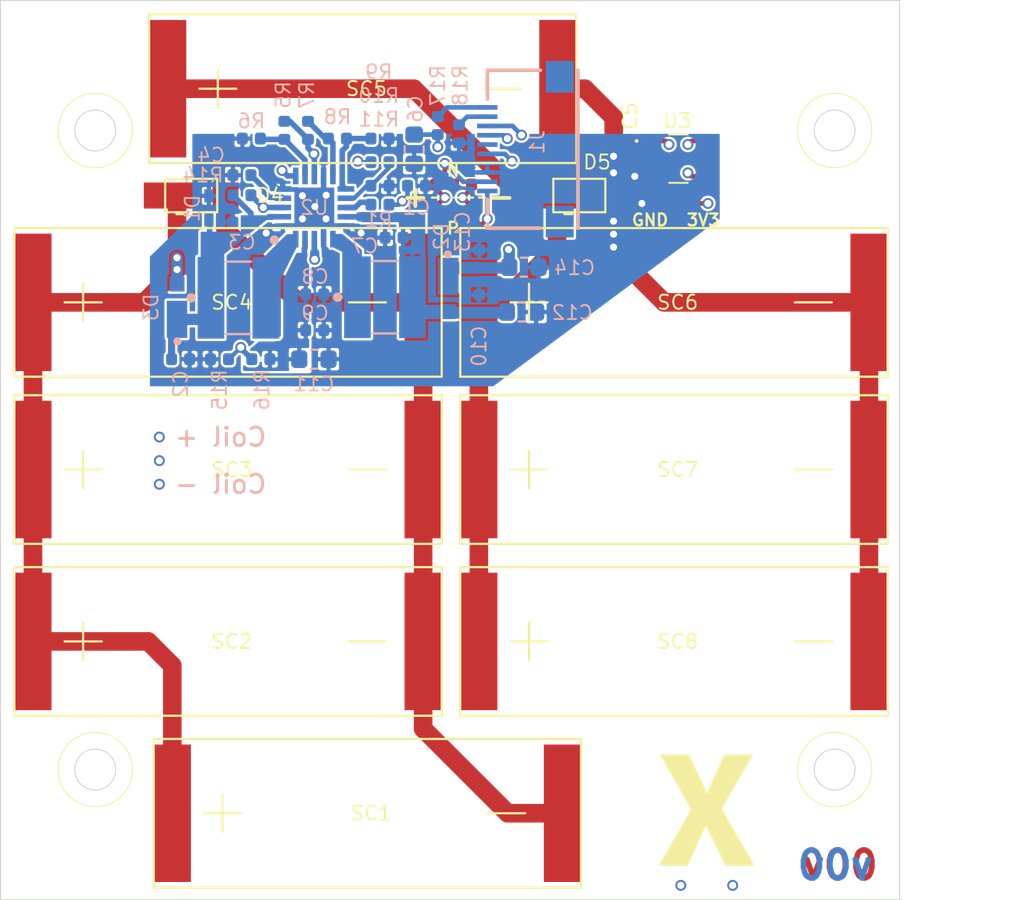
<source format=kicad_pcb>
(kicad_pcb (version 20171130) (host pcbnew "(5.1.4)-1")
  (layers (0 Top signal) (1 In1.Cu signal) (2 In2.Cu signal) (3 In3.Cu signal) (4 In4.Cu signal) (31 Bottom signal) (34 B.Paste user hide) (35 F.Paste user hide) (36 B.SilkS user) (37 F.SilkS user) (38 B.Mask user) (39 F.Mask user) (44 Edge.Cuts user))
  (net 0 "")
  (net 1 GND)
  (net 2 +3V3)
  (net 3 SDA1)
  (net 4 SCL1)
  (net 5 /VBAT)
  (net 6 "Net-(L1-Pad2)")
  (net 7 VOUT_EN)
  (net 8 VSOLAR)
  (net 9 VBAT_OK)
  (net 10 BATT_N)
  (net 11 BATT_P)
  (net 12 BURN1)
  (net 13 COIL_N)
  (net 14 COIL_P)
  (net 15 "Net-(C4-Pad1)")
  (net 16 "Net-(C10-Pad1)")
  (net 17 "Net-(C11-Pad1)")
  (net 18 "Net-(L2-Pad1)")
  (net 19 "Net-(R10-Pad2)")
  (net 20 "Net-(R5-Pad1)")
  (net 21 "Net-(R7-Pad1)")
  (net 22 "Net-(R8-Pad1)")
  (net 23 "Net-(R10-Pad1)")
  (net 24 "Net-(R14-Pad1)")
  (net 25 "Net-(D3-Pad2)")
  (net 26 "Net-(D4-Pad2)")
  (net 27 "Net-(R12-Pad1)")
  (net 28 "Net-(U3-Pad5)")
  (net 29 /coil)
  (module custom-footprints:xpanel (layer Top) (at 144.8435 82.6135)
    (fp_text reference Ref** hide)
    (fp_text value Val** hide)
  )
  (module Resistor_SMD:R_0402_1005Metric (layer Top) (at 114.8715 49.911 180)
    (fp_text reference R19 hide)
    (fp_text value 0)
    (pad 2 smd roundrect (at 0.485 0 180) (size 0.59 0.64) (layers Top F.Paste F.Mask) (net 13 COIL_N))
    (pad 1 smd roundrect (at -0.485 0 180) (size 0.59 0.64) (layers Top F.Paste F.Mask) (net 29 /coil))
  )
  (module Resistor_SMD:R_0402_1005Metric (layer Top) (at 113.90122 49.911 180)
    (fp_text reference R4 hide)
    (fp_text value 0)
    (pad 2 smd roundrect (at 0.485 0 180) (size 0.59 0.64) (layers Top F.Paste F.Mask) (net 29 /coil))
    (pad 1 smd roundrect (at -0.485 0 180) (size 0.59 0.64) (layers Top F.Paste F.Mask) (net 13 COIL_N))
  )
  (module Resistor_SMD:R_0402_1005Metric (layer Top) (at 114.8715 51.308 180)
    (fp_text reference R3 hide)
    (fp_text value 0)
    (pad 2 smd roundrect (at 0.485 0 180) (size 0.59 0.64) (layers Top F.Paste F.Mask) (net 14 COIL_P))
    (pad 1 smd roundrect (at -0.485 0 180) (size 0.59 0.64) (layers Top F.Paste F.Mask) (net 29 /coil))
  )
  (module Resistor_SMD:R_0402_1005Metric (layer Top) (at 113.90122 51.308 180)
    (fp_text reference R2 hide)
    (fp_text value 0)
    (pad 2 smd roundrect (at 0.485 0 180) (size 0.59 0.64) (layers Top F.Paste F.Mask) (net 29 /coil))
    (pad 1 smd roundrect (at -0.485 0 180) (size 0.59 0.64) (layers Top F.Paste F.Mask) (net 14 COIL_P))
  )
  (module custom-footprints:MICROSMP (layer Bottom) (at 99.5045 56.515 90)
    (fp_text reference D3 (at 0 -1.397 270) (layer B.SilkS) (effects (font (size 0.762 0.762) (thickness 0.1016)) (justify mirror)))
    (fp_text value MSS1P4-M3_89A hide)
    (pad 2 smd rect (at 1.25 0) (size 0.8 0.8) (layers Bottom B.Paste B.Mask) (net 25 "Net-(D3-Pad2)"))
    (pad 1 smd rect (at -0.65 0) (size 1.1 2) (layers Bottom B.Paste B.Mask) (net 8 VSOLAR))
  )
  (module misc-circuits:TSL2561 (layer Top) (at 126.492 48.514)
    (fp_text reference U3 (at -0.0635 -2.032) (layer F.SilkS) (effects (font (size 0.762 0.762) (thickness 0.1016))))
    (fp_text value TSL2561 hide)
    (pad 6 smd rect (at 1.45 -0.95 90) (size 0.7 0.9) (layers Top F.Paste F.Mask) (net 3 SDA1))
    (pad 5 smd rect (at 1.45 0 90) (size 0.7 0.9) (layers Top F.Paste F.Mask) (net 28 "Net-(U3-Pad5)"))
    (pad 4 smd rect (at 1.45 0.95 90) (size 0.7 0.9) (layers Top F.Paste F.Mask) (net 4 SCL1))
    (pad 3 smd rect (at -1.45 0.95 90) (size 0.7 0.9) (layers Top F.Paste F.Mask) (net 1 GND))
    (pad 2 smd rect (at -1.45 0 90) (size 0.7 0.9) (layers Top F.Paste F.Mask) (net 27 "Net-(R12-Pad1)"))
    (pad 1 smd rect (at -1.45 -0.95 90) (size 0.7 0.9) (layers Top F.Paste F.Mask) (net 2 +3V3))
  )
  (module Resistor_SMD:R_0402_1005Metric (layer Top) (at 125.834 50.927)
    (fp_text reference R13 hide)
    (fp_text value 0)
    (pad 2 smd roundrect (at 0.485 0) (size 0.59 0.64) (layers Top F.Paste F.Mask) (net 27 "Net-(R12-Pad1)"))
    (pad 1 smd roundrect (at -0.485 0) (size 0.59 0.64) (layers Top F.Paste F.Mask) (net 1 GND))
  )
  (module Resistor_SMD:R_0402_1005Metric (layer Top) (at 126.8095 50.927)
    (fp_text reference R12 hide)
    (fp_text value 0)
    (pad 2 smd roundrect (at 0.485 0) (size 0.59 0.64) (layers Top F.Paste F.Mask) (net 2 +3V3))
    (pad 1 smd roundrect (at -0.485 0) (size 0.59 0.64) (layers Top F.Paste F.Mask) (net 27 "Net-(R12-Pad1)"))
  )
  (module Capacitor_SMD:C_0402_1005Metric (layer Top) (at 123.8885 48.0695 90)
    (fp_text reference C5 (at 1.8415 0 90) (layer F.SilkS) (effects (font (size 0.762 0.762) (thickness 0.1016))))
    (fp_text value 0.1uF)
    (pad 2 smd roundrect (at 0.485 0 90) (size 0.59 0.64) (layers Top F.Paste F.Mask) (net 2 +3V3))
    (pad 1 smd roundrect (at -0.485 0 90) (size 0.59 0.64) (layers Top F.Paste F.Mask) (net 1 GND))
  )
  (module Capacitor_SMD:C_0603_1608Metric (layer Bottom) (at 112.268 48.006 270)
    (fp_text reference C6 (at -2.159 -0.0635 270) (layer B.SilkS) (effects (font (size 0.762 0.762) (thickness 0.1016)) (justify mirror)))
    (fp_text value 100uF)
    (pad 2 smd roundrect (at 0.7875 0 270) (size 0.875 0.95) (layers Bottom B.Paste B.Mask) (net 1 GND))
    (pad 1 smd roundrect (at -0.7875 0 270) (size 0.875 0.95) (layers Bottom B.Paste B.Mask) (net 5 /VBAT))
  )
  (module Capacitor_SMD:C_0402_1005Metric (layer Bottom) (at 106.91366 57.748656)
    (fp_text reference C9 (at 0.02034 -0.916156) (layer B.SilkS) (effects (font (size 0.762 0.762) (thickness 0.1016)) (justify mirror)))
    (fp_text value 0.1uF)
    (pad 2 smd roundrect (at 0.485 0) (size 0.59 0.64) (layers Bottom B.Paste B.Mask) (net 1 GND))
    (pad 1 smd roundrect (at -0.485 0) (size 0.59 0.64) (layers Bottom B.Paste B.Mask) (net 17 "Net-(C11-Pad1)"))
  )
  (module Capacitor_SMD:C_0603_1608Metric (layer Bottom) (at 118.1735 54.356)
    (fp_text reference C14 (at 2.7305 0.033 180) (layer B.SilkS) (effects (font (size 0.762 0.762) (thickness 0.1016)) (justify mirror)))
    (fp_text value 100uF)
    (pad 2 smd roundrect (at 0.7875 0) (size 0.875 0.95) (layers Bottom B.Paste B.Mask) (net 1 GND))
    (pad 1 smd roundrect (at -0.7875 0) (size 0.875 0.95) (layers Bottom B.Paste B.Mask) (net 2 +3V3))
  )
  (module misc-circuits:SOD523 (layer Bottom) (at 101.219 51.216 90)
    (fp_text reference D1 (at -0.7905 -1.3335 90) (layer B.SilkS) (effects (font (size 0.762 0.762) (thickness 0.1016)) (justify right top mirror)))
    (fp_text value SDM20U40-7)
    (pad C smd rect (at -0.6 0 90) (size 0.7 0.5) (layers Bottom B.Paste B.Mask) (net 8 VSOLAR))
    (pad A smd rect (at 0.7 0 90) (size 0.7 0.5) (layers Bottom B.Paste B.Mask) (net 1 GND))
  )
  (module misc-circuits:QFN50P350X350X100-21N-D (layer Bottom) (at 106.89366 51.144656)
    (fp_text reference U2 (at 0 0) (layer B.SilkS) (effects (font (size 0.762 0.762) (thickness 0.1016)) (justify mirror)))
    (fp_text value Value hide)
    (pad 21 smd rect (at 0 0) (size 2.15 2.15) (layers Bottom B.Paste B.Mask) (net 1 GND))
    (pad 20 smd rect (at -1 1.7) (size 0.3 0.9) (layers Bottom B.Paste B.Mask) (net 6 "Net-(L1-Pad2)"))
    (pad 19 smd rect (at -0.5 1.7) (size 0.3 0.9) (layers Bottom B.Paste B.Mask) (net 17 "Net-(C11-Pad1)"))
    (pad 18 smd rect (at 0 1.7) (size 0.3 0.9) (layers Bottom B.Paste B.Mask) (net 5 /VBAT))
    (pad 17 smd rect (at 0.5 1.7) (size 0.3 0.9) (layers Bottom B.Paste B.Mask) (net 1 GND))
    (pad 16 smd rect (at 1 1.7) (size 0.3 0.9) (layers Bottom B.Paste B.Mask) (net 18 "Net-(L2-Pad1)"))
    (pad 15 smd rect (at 1.7 1 270) (size 0.3 0.9) (layers Bottom B.Paste B.Mask) (net 1 GND))
    (pad 14 smd rect (at 1.7 0.5 270) (size 0.3 0.9) (layers Bottom B.Paste B.Mask) (net 16 "Net-(C10-Pad1)"))
    (pad 13 smd rect (at 1.7 0 270) (size 0.3 0.9) (layers Bottom B.Paste B.Mask) (net 9 VBAT_OK))
    (pad 12 smd rect (at 1.7 -0.5 270) (size 0.3 0.9) (layers Bottom B.Paste B.Mask) (net 23 "Net-(R10-Pad1)"))
    (pad 11 smd rect (at 1.7 -1 270) (size 0.3 0.9) (layers Bottom B.Paste B.Mask) (net 22 "Net-(R8-Pad1)"))
    (pad 10 smd rect (at 1 -1.7) (size 0.3 0.9) (layers Bottom B.Paste B.Mask) (net 21 "Net-(R7-Pad1)"))
    (pad 9 smd rect (at 0.5 -1.7) (size 0.3 0.9) (layers Bottom B.Paste B.Mask) (net 1 GND))
    (pad 8 smd rect (at 0 -1.7) (size 0.3 0.9) (layers Bottom B.Paste B.Mask) (net 19 "Net-(R10-Pad2)"))
    (pad 7 smd rect (at -0.5 -1.7) (size 0.3 0.9) (layers Bottom B.Paste B.Mask) (net 20 "Net-(R5-Pad1)"))
    (pad 6 smd rect (at -1 -1.7) (size 0.3 0.9) (layers Bottom B.Paste B.Mask) (net 7 VOUT_EN))
    (pad 5 smd rect (at -1.7 -1 270) (size 0.3 0.9) (layers Bottom B.Paste B.Mask) (net 1 GND))
    (pad 4 smd rect (at -1.7 -0.5 270) (size 0.3 0.9) (layers Bottom B.Paste B.Mask) (net 15 "Net-(C4-Pad1)"))
    (pad 3 smd rect (at -1.7 0 270) (size 0.3 0.9) (layers Bottom B.Paste B.Mask) (net 24 "Net-(R14-Pad1)"))
    (pad 2 smd rect (at -1.7 0.5 270) (size 0.3 0.9) (layers Bottom B.Paste B.Mask) (net 8 VSOLAR))
    (pad 1 smd rect (at -1.7 1 270) (size 0.3 0.9) (layers Bottom B.Paste B.Mask) (net 1 GND))
  )
  (module "SolarCellParts:SB Diode" (layer Top) (at 100.2665 50.5)
    (fp_text reference D4 (at 4.25 0) (layer F.SilkS) (effects (font (size 0.762 0.762) (thickness 0.1016))))
    (fp_text value SBDiode)
    (pad 1 smd rect (at -1.2 0) (size 2.7 1.4) (layers Top F.Paste F.Mask) (net 25 "Net-(D3-Pad2)"))
    (pad 2 smd rect (at 1.85 0) (size 1.4 1.4) (layers Top F.Paste F.Mask) (net 26 "Net-(D4-Pad2)"))
  )
  (module "SolarCellParts:SB Diode" (layer Top) (at 121.158 50.5)
    (fp_text reference D5 (at 0.9525 -1.7955) (layer F.SilkS) (effects (font (size 0.762 0.762) (thickness 0.1016))))
    (fp_text value SBDiode)
    (pad 2 smd rect (at 1.85 0) (size 1.4 1.4) (layers Top F.Paste F.Mask) (net 1 GND))
    (pad 1 smd rect (at -1.2 0) (size 2.7 1.4) (layers Top F.Paste F.Mask) (net 26 "Net-(D4-Pad2)"))
  )
  (module SolarCellParts:KXOB25-05X3F (layer Top) (at 99.25 83.75)
    (fp_text reference SC1 (at 10.7 0) (layer F.SilkS) (effects (font (size 0.762 0.762) (thickness 0.1016))))
    (fp_text value SolarCell_Small)
    (pad 2 smd rect (at 21 0) (size 2 7.4) (layers Top F.Paste F.Mask) (net 26 "Net-(D4-Pad2)"))
    (pad 1 smd rect (at 0 0) (size 2 7.4) (layers Top F.Paste F.Mask) (net 25 "Net-(D3-Pad2)"))
  )
  (module SolarCellParts:KXOB25-05X3F (layer Top) (at 115.75 74.5)
    (fp_text reference SC8 (at 10.7 0) (layer F.SilkS) (effects (font (size 0.762 0.762) (thickness 0.1016))))
    (fp_text value SolarCell_Small)
    (pad 2 smd rect (at 21 0) (size 2 7.4) (layers Top F.Paste F.Mask) (net 1 GND))
    (pad 1 smd rect (at 0 0) (size 2 7.4) (layers Top F.Paste F.Mask) (net 26 "Net-(D4-Pad2)"))
  )
  (module SolarCellParts:KXOB25-05X3F (layer Top) (at 115.75 65.25)
    (fp_text reference SC7 (at 10.7 0) (layer F.SilkS) (effects (font (size 0.762 0.762) (thickness 0.1016))))
    (fp_text value SolarCell_Small)
    (pad 2 smd rect (at 21 0) (size 2 7.4) (layers Top F.Paste F.Mask) (net 1 GND))
    (pad 1 smd rect (at 0 0) (size 2 7.4) (layers Top F.Paste F.Mask) (net 26 "Net-(D4-Pad2)"))
  )
  (module SolarCellParts:KXOB25-05X3F (layer Top) (at 115.75 56.25)
    (fp_text reference SC6 (at 10.7 0) (layer F.SilkS) (effects (font (size 0.762 0.762) (thickness 0.1016))))
    (fp_text value SolarCell_Small)
    (pad 2 smd rect (at 21 0) (size 2 7.4) (layers Top F.Paste F.Mask) (net 1 GND))
    (pad 1 smd rect (at 0 0) (size 2 7.4) (layers Top F.Paste F.Mask) (net 26 "Net-(D4-Pad2)"))
  )
  (module SolarCellParts:KXOB25-05X3F (layer Top) (at 99 44.75)
    (fp_text reference SC5 (at 10.7 0) (layer F.SilkS) (effects (font (size 0.762 0.762) (thickness 0.1016))))
    (fp_text value SolarCell_Small)
    (pad 2 smd rect (at 21 0) (size 2 7.4) (layers Top F.Paste F.Mask) (net 1 GND))
    (pad 1 smd rect (at 0 0) (size 2 7.4) (layers Top F.Paste F.Mask) (net 26 "Net-(D4-Pad2)"))
  )
  (module SolarCellParts:KXOB25-05X3F (layer Top) (at 91.75 56.25)
    (fp_text reference SC4 (at 10.7 0) (layer F.SilkS) (effects (font (size 0.762 0.762) (thickness 0.1016))))
    (fp_text value SolarCell_Small)
    (pad 2 smd rect (at 21 0) (size 2 7.4) (layers Top F.Paste F.Mask) (net 26 "Net-(D4-Pad2)"))
    (pad 1 smd rect (at 0 0) (size 2 7.4) (layers Top F.Paste F.Mask) (net 25 "Net-(D3-Pad2)"))
  )
  (module SolarCellParts:KXOB25-05X3F (layer Top) (at 91.75 65.25)
    (fp_text reference SC3 (at 10.7 0) (layer F.SilkS) (effects (font (size 0.762 0.762) (thickness 0.1016))))
    (fp_text value SolarCell_Small)
    (pad 2 smd rect (at 21 0) (size 2 7.4) (layers Top F.Paste F.Mask) (net 26 "Net-(D4-Pad2)"))
    (pad 1 smd rect (at 0 0) (size 2 7.4) (layers Top F.Paste F.Mask) (net 25 "Net-(D3-Pad2)"))
  )
  (module SolarCellParts:KXOB25-05X3F (layer Top) (at 91.75 74.5)
    (fp_text reference SC2 (at 10.7 0) (layer F.SilkS) (effects (font (size 0.762 0.762) (thickness 0.1016))))
    (fp_text value SolarCell_Small)
    (pad 2 smd rect (at 21 0) (size 2 7.4) (layers Top F.Paste F.Mask) (net 26 "Net-(D4-Pad2)"))
    (pad 1 smd rect (at 0 0) (size 2 7.4) (layers Top F.Paste F.Mask) (net 25 "Net-(D3-Pad2)"))
  )
  (module custom-footprints:MICROSMP (layer Bottom) (at 114.1095 55.499 270)
    (fp_text reference D2 (at -2.794 0.381 270) (layer B.SilkS) (effects (font (size 0.762 0.762) (thickness 0.1016)) (justify mirror)))
    (fp_text value MSS1P4-M3_89A hide)
    (pad 2 smd rect (at 1.25 0 180) (size 0.8 0.8) (layers Bottom B.Paste B.Mask) (net 16 "Net-(C10-Pad1)"))
    (pad 1 smd rect (at -0.65 0 180) (size 1.1 2) (layers Bottom B.Paste B.Mask) (net 2 +3V3))
  )
  (module Resistor_SMD:R_0402_1005Metric (layer Bottom) (at 103.505 47.4345)
    (fp_text reference R6 (at 0 -0.9525 180) (layer B.SilkS) (effects (font (size 0.762 0.762) (thickness 0.1016)) (justify mirror)))
    (fp_text value 5.62M)
    (pad 2 smd roundrect (at 0.485 0) (size 0.59 0.64) (layers Bottom B.Paste B.Mask) (net 20 "Net-(R5-Pad1)"))
    (pad 1 smd roundrect (at -0.485 0) (size 0.59 0.64) (layers Bottom B.Paste B.Mask) (net 1 GND))
  )
  (module Resistor_SMD:R_0402_1005Metric (layer Bottom) (at 105.283 46.99 90)
    (fp_text reference R5 (at 1.905 -0.0635 270) (layer B.SilkS) (effects (font (size 0.762 0.762) (thickness 0.1016)) (justify mirror)))
    (fp_text value 7.32M)
    (pad 2 smd roundrect (at 0.485 0 90) (size 0.59 0.64) (layers Bottom B.Paste B.Mask) (net 19 "Net-(R10-Pad2)"))
    (pad 1 smd roundrect (at -0.485 0 90) (size 0.59 0.64) (layers Bottom B.Paste B.Mask) (net 20 "Net-(R5-Pad1)"))
  )
  (module Resistor_SMD:R_0402_1005Metric (layer Bottom) (at 104.013 59.309 180)
    (fp_text reference R16 (at -0.0635 -1.651 90) (layer B.SilkS) (effects (font (size 0.762 0.762) (thickness 0.1016)) (justify mirror)))
    (fp_text value 0)
    (pad 2 smd roundrect (at 0.485 0 180) (size 0.59 0.64) (layers Bottom B.Paste B.Mask) (net 24 "Net-(R14-Pad1)"))
    (pad 1 smd roundrect (at -0.485 0 180) (size 0.59 0.64) (layers Bottom B.Paste B.Mask) (net 17 "Net-(C11-Pad1)"))
  )
  (module Capacitor_SMD:C_0402_1005Metric (layer Bottom) (at 106.91366 55.8165)
    (fp_text reference C8 (at 0.02034 -0.9525) (layer B.SilkS) (effects (font (size 0.762 0.762) (thickness 0.1016)) (justify mirror)))
    (fp_text value 4.7uF)
    (pad 2 smd roundrect (at 0.485 0) (size 0.59 0.64) (layers Bottom B.Paste B.Mask) (net 1 GND))
    (pad 1 smd roundrect (at -0.485 0) (size 0.59 0.64) (layers Bottom B.Paste B.Mask) (net 17 "Net-(C11-Pad1)"))
  )
  (module custom-footprints:XF2M-1015-1A (layer Bottom) (at 116.205 48.006 270)
    (fp_text reference J1 (at -0.37186 -2.68404 90) (layer B.SilkS) (effects (font (size 0.762 0.762) (thickness 0.1016)) (justify mirror)))
    (fp_text value XF2M-1015-1A hide)
    (pad 12 smd rect (at 3.9 -3.9 180) (size 1.5 1.7) (layers Bottom B.Paste B.Mask))
    (pad 11 smd rect (at -3.9 -3.9 180) (size 1.5 1.7) (layers Bottom B.Paste B.Mask))
    (pad 10 smd rect (at 2.25 0 270) (size 0.25 1.1) (layers Bottom B.Paste B.Mask) (net 14 COIL_P))
    (pad 9 smd rect (at 1.75 0 270) (size 0.25 1.1) (layers Bottom B.Paste B.Mask) (net 13 COIL_N))
    (pad 8 smd rect (at 1.25 0 270) (size 0.25 1.1) (layers Bottom B.Paste B.Mask) (net 1 GND))
    (pad 7 smd rect (at 0.75 0 270) (size 0.25 1.1) (layers Bottom B.Paste B.Mask) (net 1 GND))
    (pad 6 smd rect (at 0.25 0 270) (size 0.25 1.1) (layers Bottom B.Paste B.Mask) (net 2 +3V3))
    (pad 5 smd rect (at -0.25 0 270) (size 0.25 1.1) (layers Bottom B.Paste B.Mask) (net 12 BURN1))
    (pad 4 smd rect (at -0.75 0 270) (size 0.25 1.1) (layers Bottom B.Paste B.Mask) (net 4 SCL1))
    (pad 3 smd rect (at -1.25 0 270) (size 0.25 1.1) (layers Bottom B.Paste B.Mask) (net 3 SDA1))
    (pad 2 smd rect (at -1.75 0 270) (size 0.25 1.1) (layers Bottom B.Paste B.Mask) (net 10 BATT_N))
    (pad 1 smd rect (at -2.25 0 270) (size 0.25 1.1) (layers Bottom B.Paste B.Mask) (net 11 BATT_P))
  )
  (module Capacitor_SMD:C_0603_1608Metric (layer Bottom) (at 118.0465 56.769)
    (fp_text reference C12 (at 2.7305 0.033 180) (layer B.SilkS) (effects (font (size 0.762 0.762) (thickness 0.1016)) (justify mirror)))
    (fp_text value 100uF)
    (pad 2 smd roundrect (at 0.7875 0) (size 0.875 0.95) (layers Bottom B.Paste B.Mask) (net 1 GND))
    (pad 1 smd roundrect (at -0.7875 0) (size 0.875 0.95) (layers Bottom B.Paste B.Mask) (net 16 "Net-(C10-Pad1)"))
  )
  (module Capacitor_SMD:C_0402_1005Metric (layer Bottom) (at 115.7605 53.9115 90)
    (fp_text reference C13 (at 1.4605 -0.889 90) (layer B.SilkS) (effects (font (size 0.762 0.762) (thickness 0.1016)) (justify mirror)))
    (fp_text value 0.1uF)
    (pad 2 smd roundrect (at 0.485 0 90) (size 0.59 0.64) (layers Bottom B.Paste B.Mask) (net 1 GND))
    (pad 1 smd roundrect (at -0.485 0 90) (size 0.59 0.64) (layers Bottom B.Paste B.Mask) (net 2 +3V3))
  )
  (module Resistor_SMD:R_0402_1005Metric (layer Bottom) (at 106.553 46.99 270)
    (fp_text reference R7 (at -1.905 0.0635 270) (layer B.SilkS) (effects (font (size 0.762 0.762) (thickness 0.1016)) (justify mirror)))
    (fp_text value 374K)
    (pad 2 smd roundrect (at 0.485 0 270) (size 0.59 0.64) (layers Bottom B.Paste B.Mask) (net 19 "Net-(R10-Pad2)"))
    (pad 1 smd roundrect (at -0.485 0 270) (size 0.59 0.64) (layers Bottom B.Paste B.Mask) (net 21 "Net-(R7-Pad1)"))
  )
  (module Resistor_SMD:R_0402_1005Metric (layer Bottom) (at 110.4265 49.9745 180)
    (fp_text reference R11 (at 0.0635 3.583) (layer B.SilkS) (effects (font (size 0.762 0.762) (thickness 0.1016)) (justify mirror)))
    (fp_text value 4.75M)
    (pad 2 smd roundrect (at 0.485 0 180) (size 0.59 0.64) (layers Bottom B.Paste B.Mask) (net 23 "Net-(R10-Pad1)"))
    (pad 1 smd roundrect (at -0.485 0 180) (size 0.59 0.64) (layers Bottom B.Paste B.Mask) (net 1 GND))
  )
  (module Resistor_SMD:R_0402_1005Metric (layer Bottom) (at 110.4265 47.4345 180)
    (fp_text reference R9 (at 0.0635 3.583) (layer B.SilkS) (effects (font (size 0.762 0.762) (thickness 0.1016)) (justify mirror)))
    (fp_text value 4.53M)
    (pad 2 smd roundrect (at 0.485 0 180) (size 0.59 0.64) (layers Bottom B.Paste B.Mask) (net 22 "Net-(R8-Pad1)"))
    (pad 1 smd roundrect (at -0.485 0 180) (size 0.59 0.64) (layers Bottom B.Paste B.Mask) (net 1 GND))
  )
  (module Resistor_SMD:R_0402_1005Metric (layer Bottom) (at 110.4265 48.7045 180)
    (fp_text reference R10 (at 0.0635 3.583) (layer B.SilkS) (effects (font (size 0.762 0.762) (thickness 0.1016)) (justify mirror)))
    (fp_text value 8.25M)
    (pad 2 smd roundrect (at 0.485 0 180) (size 0.59 0.64) (layers Bottom B.Paste B.Mask) (net 19 "Net-(R10-Pad2)"))
    (pad 1 smd roundrect (at -0.485 0 180) (size 0.59 0.64) (layers Bottom B.Paste B.Mask) (net 23 "Net-(R10-Pad1)"))
  )
  (module Resistor_SMD:R_0402_1005Metric (layer Bottom) (at 108.1405 47.4345 180)
    (fp_text reference R8 (at 0 1.17) (layer B.SilkS) (effects (font (size 0.762 0.762) (thickness 0.1016)) (justify mirror)))
    (fp_text value 8.25M)
    (pad 2 smd roundrect (at 0.485 0 180) (size 0.59 0.64) (layers Bottom B.Paste B.Mask) (net 21 "Net-(R7-Pad1)"))
    (pad 1 smd roundrect (at -0.485 0 180) (size 0.59 0.64) (layers Bottom B.Paste B.Mask) (net 22 "Net-(R8-Pad1)"))
  )
  (module Resistor_SMD:R_0402_1005Metric (layer Bottom) (at 102.997 50.4825 180)
    (fp_text reference R14 (at 2.0955 1.0795) (layer B.SilkS) (effects (font (size 0.762 0.762) (thickness 0.1016)) (justify mirror)))
    (fp_text value 0)
    (pad 2 smd roundrect (at 0.485 0 180) (size 0.59 0.64) (layers Bottom B.Paste B.Mask) (net 8 VSOLAR))
    (pad 1 smd roundrect (at -0.485 0 180) (size 0.59 0.64) (layers Bottom B.Paste B.Mask) (net 24 "Net-(R14-Pad1)"))
  )
  (module Resistor_SMD:R_0402_1005Metric (layer Bottom) (at 101.7905 59.309)
    (fp_text reference R15 (at 0 1.651 90) (layer B.SilkS) (effects (font (size 0.762 0.762) (thickness 0.1016)) (justify mirror)))
    (fp_text value 0)
    (pad 2 smd roundrect (at 0.485 0) (size 0.59 0.64) (layers Bottom B.Paste B.Mask) (net 24 "Net-(R14-Pad1)"))
    (pad 1 smd roundrect (at -0.485 0) (size 0.59 0.64) (layers Bottom B.Paste B.Mask) (net 1 GND))
  )
  (module Resistor_SMD:R_0402_1005Metric (layer Bottom) (at 113.538 46.736 270)
    (fp_text reference R17 (at -2.159 0 90) (layer B.SilkS) (effects (font (size 0.762 0.762) (thickness 0.1016)) (justify mirror)))
    (fp_text value 0)
    (pad 2 smd roundrect (at 0.485 0 270) (size 0.59 0.64) (layers Bottom B.Paste B.Mask) (net 5 /VBAT))
    (pad 1 smd roundrect (at -0.485 0 270) (size 0.59 0.64) (layers Bottom B.Paste B.Mask) (net 11 BATT_P))
  )
  (module Resistor_SMD:R_0402_1005Metric (layer Bottom) (at 114.681 47.1805 270)
    (fp_text reference R18 (at -2.6035 -0.0635 270) (layer B.SilkS) (effects (font (size 0.762 0.762) (thickness 0.1016)) (justify mirror)))
    (fp_text value 0)
    (pad 2 smd roundrect (at 0.485 0 270) (size 0.59 0.64) (layers Bottom B.Paste B.Mask) (net 1 GND))
    (pad 1 smd roundrect (at -0.485 0 270) (size 0.59 0.64) (layers Bottom B.Paste B.Mask) (net 10 BATT_N))
  )
  (module Resistor_SMD:R_0402_1005Metric (layer Bottom) (at 110.4265 50.9905)
    (fp_text reference R1 (at -0.0635 0.8255) (layer B.SilkS) (effects (font (size 0.762 0.762) (thickness 0.1016)) (justify mirror)))
    (fp_text value 0)
    (pad 2 smd roundrect (at 0.485 0) (size 0.59 0.64) (layers Bottom B.Paste B.Mask) (net 7 VOUT_EN))
    (pad 1 smd roundrect (at -0.485 0) (size 0.59 0.64) (layers Bottom B.Paste B.Mask) (net 9 VBAT_OK))
  )
  (module misc-circuits:LPS4018 (layer Bottom) (at 110.69574 55.97398)
    (fp_text reference L2 hide)
    (fp_text value 10uH-LPS4018-103MR hide)
    (pad 2 smd rect (at 1.47955 0) (size 1.4351 4.3942) (layers Bottom B.Paste B.Mask) (net 16 "Net-(C10-Pad1)"))
    (pad 1 smd rect (at -1.47955 0) (size 1.4351 4.3942) (layers Bottom B.Paste B.Mask) (net 18 "Net-(L2-Pad1)"))
  )
  (module misc-circuits:LPS4018 (layer Bottom) (at 102.8065 56.007)
    (fp_text reference L1 hide)
    (fp_text value 22uH-LPS4018-223MR hide)
    (pad 2 smd rect (at 1.47955 0) (size 1.4351 4.3942) (layers Bottom B.Paste B.Mask) (net 6 "Net-(L1-Pad2)"))
    (pad 1 smd rect (at -1.47955 0) (size 1.4351 4.3942) (layers Bottom B.Paste B.Mask) (net 8 VSOLAR))
  )
  (module Capacitor_SMD:C_0603_1608Metric (layer Bottom) (at 106.8705 59.309)
    (fp_text reference C11 (at 0 1.3335) (layer B.SilkS) (effects (font (size 0.762 0.762) (thickness 0.1016)) (justify mirror)))
    (fp_text value 100uF)
    (pad 2 smd roundrect (at 0.7875 0) (size 0.875 0.95) (layers Bottom B.Paste B.Mask) (net 1 GND))
    (pad 1 smd roundrect (at -0.7875 0) (size 0.875 0.95) (layers Bottom B.Paste B.Mask) (net 17 "Net-(C11-Pad1)"))
  )
  (module Capacitor_SMD:C_0402_1005Metric (layer Bottom) (at 111.1885 52.7685 180)
    (fp_text reference C7 (at 1.5875 -0.4445) (layer B.SilkS) (effects (font (size 0.762 0.762) (thickness 0.1016)) (justify mirror)))
    (fp_text value 22uF)
    (pad 2 smd roundrect (at 0.485 0 180) (size 0.59 0.64) (layers Bottom B.Paste B.Mask) (net 1 GND))
    (pad 1 smd roundrect (at -0.485 0 180) (size 0.59 0.64) (layers Bottom B.Paste B.Mask) (net 16 "Net-(C10-Pad1)"))
  )
  (module Capacitor_SMD:C_0402_1005Metric (layer Bottom) (at 102.997 49.403 180)
    (fp_text reference C4 (at 1.651 1.0795) (layer B.SilkS) (effects (font (size 0.762 0.762) (thickness 0.1016)) (justify mirror)))
    (fp_text value 10nF)
    (pad 2 smd roundrect (at 0.485 0 180) (size 0.59 0.64) (layers Bottom B.Paste B.Mask) (net 1 GND))
    (pad 1 smd roundrect (at -0.485 0 180) (size 0.59 0.64) (layers Bottom B.Paste B.Mask) (net 15 "Net-(C4-Pad1)"))
  )
  (module Capacitor_SMD:C_0402_1005Metric (layer Bottom) (at 99.695 59.309)
    (fp_text reference C2 (at 0 1.3335 90) (layer B.SilkS) (effects (font (size 0.762 0.762) (thickness 0.1016)) (justify mirror)))
    (fp_text value 0.1uF)
    (pad 2 smd roundrect (at 0.485 0) (size 0.59 0.64) (layers Bottom B.Paste B.Mask) (net 1 GND))
    (pad 1 smd roundrect (at -0.485 0) (size 0.59 0.64) (layers Bottom B.Paste B.Mask) (net 8 VSOLAR))
  )
  (module Capacitor_SMD:C_0402_1005Metric (layer Bottom) (at 115.7605 56.3245 90)
    (fp_text reference C10 (at -2.286 0 270) (layer B.SilkS) (effects (font (size 0.762 0.762) (thickness 0.1016)) (justify mirror)))
    (fp_text value 0.1uF)
    (pad 2 smd roundrect (at 0.485 0 90) (size 0.59 0.64) (layers Bottom B.Paste B.Mask) (net 1 GND))
    (pad 1 smd roundrect (at -0.485 0 90) (size 0.59 0.64) (layers Bottom B.Paste B.Mask) (net 16 "Net-(C10-Pad1)"))
  )
  (module Capacitor_SMD:C_0402_1005Metric (layer Bottom) (at 102.997 51.943 180)
    (fp_text reference C3 (at 0 -1.0795) (layer B.SilkS) (effects (font (size 0.762 0.762) (thickness 0.1016)) (justify mirror)))
    (fp_text value 4.7uF)
    (pad 2 smd roundrect (at 0.485 0 180) (size 0.59 0.64) (layers Bottom B.Paste B.Mask) (net 1 GND))
    (pad 1 smd roundrect (at -0.485 0 180) (size 0.59 0.64) (layers Bottom B.Paste B.Mask) (net 8 VSOLAR))
  )
  (module Capacitor_SMD:C_0402_1005Metric (layer Bottom) (at 112.395 49.9745)
    (fp_text reference C1 (at 0 1.17) (layer B.SilkS) (effects (font (size 0.762 0.762) (thickness 0.1016)) (justify mirror)))
    (fp_text value 1.0uF)
    (pad 2 smd roundrect (at 0.485 0) (size 0.59 0.64) (layers Bottom B.Paste B.Mask) (net 1 GND))
    (pad 1 smd roundrect (at -0.485 0) (size 0.59 0.64) (layers Bottom B.Paste B.Mask) (net 7 VOUT_EN))
  )
  (gr_text v00 (at 134.9375 86.5505) (layer Bottom) (effects (font (size 1.5 1.5) (thickness 0.3)) (justify mirror)))
  (gr_text v00 (at 135.1915 86.5505) (layer Top) (effects (font (size 1.5 1.5) (thickness 0.3))))
  (gr_text 3V3 (at 127.8255 51.816) (layer F.SilkS) (effects (font (size 0.635 0.635) (thickness 0.127))))
  (gr_text GND (at 124.968 51.816) (layer F.SilkS) (effects (font (size 0.635 0.635) (thickness 0.127))))
  (gr_text - (at 116.967 50.546) (layer F.SilkS) (effects (font (size 1.143 1.143) (thickness 0.2032))))
  (gr_text P (at 114.3635 52.2605) (layer F.SilkS) (effects (font (size 0.635 0.635) (thickness 0.127))))
  (gr_text N (at 114.3635 49.0855 180) (layer F.SilkS) (effects (font (size 0.635 0.635) (thickness 0.127))))
  (gr_text + (at 112.3315 50.546) (layer F.SilkS) (effects (font (size 1.143 1.143) (thickness 0.2032))))
  (gr_line (start 113.538 50.6095) (end 113.2205 50.6095) (layer F.SilkS) (width 0.12))
  (gr_line (start 114.7445 50.6095) (end 114.427 50.6095) (layer F.SilkS) (width 0.12))
  (gr_line (start 113.792 50.6095) (end 114.1095 50.6095) (layer F.SilkS) (width 0.12))
  (gr_line (start 115.1255 50.6095) (end 115.443 50.6095) (layer F.SilkS) (width 0.12))
  (gr_line (start 116.078 50.6095) (end 115.7605 50.6095) (layer F.SilkS) (width 0.12))
  (gr_text "Coil -" (at 101.854 66.04) (layer B.SilkS) (effects (font (size 1 1)) (justify mirror)))
  (gr_text "Coil +" (at 101.854 63.5) (layer B.SilkS) (effects (font (size 1 1)) (justify mirror)))
  (gr_circle (center 95.1 47) (end 96.2 47) (layer Edge.Cuts) (width 0.05))
  (gr_circle (center 95.1 81.4) (end 97.1 81.4) (layer F.SilkS) (width 0.05))
  (gr_circle (center 134.9 81.4) (end 136.9 81.4) (layer F.SilkS) (width 0.05))
  (gr_circle (center 134.9 47) (end 136.9 47) (layer F.SilkS) (width 0.05))
  (gr_circle (center 95.1 47) (end 97.1 47) (layer F.SilkS) (width 0.05))
  (gr_circle (center 95.1 81.4) (end 96.2 81.4) (layer Edge.Cuts) (width 0.05))
  (gr_circle (center 134.9 81.4) (end 136 81.4) (layer Edge.Cuts) (width 0.05))
  (gr_circle (center 134.9 47) (end 136 47) (layer Edge.Cuts) (width 0.05))
  (gr_line (start 90 88.4) (end 138.4 88.4) (layer Edge.Cuts) (width 0.05))
  (gr_line (start 90 88.4) (end 90 40) (layer Edge.Cuts) (width 0.05))
  (gr_line (start 138.4 40) (end 138.4 88.4) (layer Edge.Cuts) (width 0.05))
  (gr_line (start 90 40) (end 138.4 40) (layer Edge.Cuts) (width 0.05))
  (segment (start 136.75 56.25) (end 136.75 74.5) (width 1) (layer Top) (net 1))
  (segment (start 120 44.75) (end 121.458 44.75) (width 1) (layer Top) (net 1))
  (segment (start 121.458 44.75) (end 123.008 46.3) (width 1) (layer Top) (net 1))
  (segment (start 106.89366 51.144656) (end 106.28406 51.754256) (width 0.2032) (layer Bottom) (net 1))
  (segment (start 106.28406 51.754256) (end 106.25326 51.754256) (width 0.2032) (layer Bottom) (net 1))
  (via (at 106.25326 51.754256) (size 0.5842) (drill 0.381) (layers Top Bottom) (net 1))
  (segment (start 106.89366 51.144656) (end 107.50326 51.754256) (width 0.2032) (layer Bottom) (net 1))
  (segment (start 107.50326 51.754256) (end 107.52326 51.754256) (width 0.2032) (layer Bottom) (net 1))
  (via (at 107.52326 51.754256) (size 0.5842) (drill 0.381) (layers Top Bottom) (net 1))
  (segment (start 106.89366 51.144656) (end 106.28406 50.535056) (width 0.2032) (layer Bottom) (net 1))
  (segment (start 106.28406 50.535056) (end 106.25326 50.509656) (width 0.2032) (layer Bottom) (net 1))
  (via (at 106.25326 50.509656) (size 0.5842) (drill 0.381) (layers Top Bottom) (net 1))
  (segment (start 108.54366 52.144656) (end 108.92966 52.144656) (width 0.2032) (layer Bottom) (net 1))
  (via (at 109.4105 52.5145) (size 0.5842) (drill 0.381) (layers Top Bottom) (net 1))
  (segment (start 105.238604 50.1396) (end 105.0417 50.1396) (width 0.2286) (layer Bottom) (net 1))
  (segment (start 107.43437 53.28157) (end 107.5944 53.4416) (width 0.2286) (layer Bottom) (net 1))
  (segment (start 107.43437 53.150334) (end 107.43437 53.28157) (width 0.2286) (layer Bottom) (net 1))
  (segment (start 107.39366 52.794656) (end 107.39366 53.109624) (width 0.2286) (layer Bottom) (net 1))
  (segment (start 107.39366 53.109624) (end 107.43437 53.150334) (width 0.2286) (layer Bottom) (net 1))
  (segment (start 109.040656 52.144656) (end 109.4105 52.5145) (width 0.29972) (layer Bottom) (net 1))
  (segment (start 108.59366 52.144656) (end 109.040656 52.144656) (width 0.29972) (layer Bottom) (net 1))
  (segment (start 108.59366 52.144656) (end 108.59366 52.33266) (width 0.29972) (layer Bottom) (net 1))
  (segment (start 108.59366 52.33266) (end 108.712 52.451) (width 0.29972) (layer Bottom) (net 1))
  (segment (start 107.39366 51.99134) (end 107.442 51.943) (width 0.29972) (layer Bottom) (net 1))
  (segment (start 107.39366 52.844656) (end 107.39366 51.99134) (width 0.29972) (layer Bottom) (net 1))
  (segment (start 107.39366 50.21334) (end 107.3785 50.2285) (width 0.29972) (layer Bottom) (net 1))
  (segment (start 107.39366 49.444656) (end 107.39366 50.21334) (width 0.29972) (layer Bottom) (net 1))
  (segment (start 107.891115 52.115255) (end 107.51058 51.73472) (width 0.254) (layer Bottom) (net 1))
  (segment (start 108.564259 52.115255) (end 107.891115 52.115255) (width 0.254) (layer Bottom) (net 1))
  (segment (start 108.59366 52.144656) (end 108.564259 52.115255) (width 0.254) (layer Bottom) (net 1))
  (segment (start 105.921005 52.115255) (end 106.19994 51.83632) (width 0.254) (layer Bottom) (net 1))
  (segment (start 105.223061 52.115255) (end 105.921005 52.115255) (width 0.254) (layer Bottom) (net 1))
  (segment (start 105.19366 52.144656) (end 105.223061 52.115255) (width 0.254) (layer Bottom) (net 1))
  (segment (start 105.932137 50.174057) (end 106.02468 50.2666) (width 0.254) (layer Bottom) (net 1))
  (segment (start 105.223061 50.174057) (end 105.932137 50.174057) (width 0.254) (layer Bottom) (net 1))
  (segment (start 105.19366 50.144656) (end 105.223061 50.174057) (width 0.254) (layer Bottom) (net 1))
  (segment (start 104.907056 50.144656) (end 104.6353 49.8729) (width 0.29972) (layer Bottom) (net 1))
  (segment (start 105.19366 50.144656) (end 104.907056 50.144656) (width 0.29972) (layer Bottom) (net 1))
  (segment (start 105.19366 49.86992) (end 105.18902 49.86528) (width 0.29972) (layer Bottom) (net 1))
  (segment (start 105.19366 50.144656) (end 105.19366 49.86992) (width 0.29972) (layer Bottom) (net 1))
  (via (at 107.5309 50.48504) (size 0.5842) (drill 0.381) (layers Top Bottom) (net 1))
  (via (at 106.92384 51.0921) (size 0.5842) (drill 0.381) (layers Top Bottom) (net 1))
  (segment (start 104.677049 52.144656) (end 104.594111 52.227594) (width 0.2032) (layer Bottom) (net 1))
  (segment (start 104.594111 52.227594) (end 104.302012 52.519693) (width 0.2032) (layer Bottom) (net 1))
  (segment (start 105.24366 52.144656) (end 104.677049 52.144656) (width 0.2032) (layer Bottom) (net 1))
  (via (at 104.302012 52.519693) (size 0.5842) (drill 0.381) (layers Top Bottom) (net 1))
  (segment (start 134.75 56.25) (end 136.75 56.25) (width 1) (layer Top) (net 1))
  (segment (start 125.719 56.25) (end 134.75 56.25) (width 1) (layer Top) (net 1))
  (segment (start 123.008 50.5) (end 123.008 53.539) (width 1) (layer Top) (net 1))
  (segment (start 123.008 53.539) (end 125.719 56.25) (width 1) (layer Top) (net 1))
  (via (at 122.9995 53.2765) (size 0.5842) (drill 0.381) (layers Top Bottom) (net 1))
  (via (at 122.9995 52.578) (size 0.5842) (drill 0.381) (layers Top Bottom) (net 1))
  (via (at 122.9995 51.8795) (size 0.5842) (drill 0.381) (layers Top Bottom) (net 1))
  (via (at 122.9995 49.276) (size 0.5842) (drill 0.381) (layers Top Bottom) (net 1))
  (via (at 124.14251 49.4665) (size 0.5842) (drill 0.381) (layers Top Bottom) (net 1))
  (segment (start 124.14501 49.464) (end 124.14251 49.4665) (width 0.249936) (layer Top) (net 1))
  (segment (start 125.042 49.464) (end 124.14501 49.464) (width 0.249936) (layer Top) (net 1))
  (via (at 124.5235 50.927) (size 0.5842) (drill 0.381) (layers Top Bottom) (net 1))
  (segment (start 125.349 50.927) (end 124.5235 50.927) (width 0.24892) (layer Top) (net 1))
  (segment (start 123.2765 48.5545) (end 123.008 48.823) (width 0.24892) (layer Top) (net 1))
  (segment (start 123.8885 48.5545) (end 123.2765 48.5545) (width 0.24892) (layer Top) (net 1))
  (segment (start 123.008 46.3) (end 123.008 48.823) (width 1) (layer Top) (net 1))
  (segment (start 123.008 48.823) (end 123.008 50.5) (width 1) (layer Top) (net 1))
  (via (at 122.9995 48.387) (size 0.5842) (drill 0.381) (layers Top Bottom) (net 1))
  (via (at 125.984 47.752) (size 0.5842) (drill 0.381) (layers Top Bottom) (net 2))
  (segment (start 125.042 47.564) (end 125.796 47.564) (width 0.249936) (layer Top) (net 2))
  (segment (start 125.796 47.564) (end 125.984 47.752) (width 0.249936) (layer Top) (net 2))
  (segment (start 114.562 54.3965) (end 114.1095 54.849) (width 0.635) (layer Bottom) (net 2))
  (segment (start 115.7605 54.3965) (end 114.562 54.3965) (width 0.635) (layer Bottom) (net 2))
  (segment (start 117.23572 48.348901) (end 117.53761 48.650791) (width 0.24892) (layer Bottom) (net 2))
  (segment (start 116.205 48.256) (end 117.142819 48.256) (width 0.24892) (layer Bottom) (net 2))
  (via (at 117.53761 48.650791) (size 0.5842) (drill 0.381) (layers Top Bottom) (net 2))
  (segment (start 117.142819 48.256) (end 117.23572 48.348901) (width 0.24892) (layer Bottom) (net 2))
  (via (at 117.348 53.4035) (size 0.5842) (drill 0.381) (layers Top Bottom) (net 2))
  (segment (start 117.386 54.356) (end 117.386 53.4415) (width 0.6096) (layer Bottom) (net 2))
  (segment (start 117.386 53.4415) (end 117.348 53.4035) (width 0.6096) (layer Bottom) (net 2))
  (segment (start 117.3455 54.3965) (end 117.386 54.356) (width 0.6096) (layer Bottom) (net 2))
  (segment (start 115.7605 54.3965) (end 117.3455 54.3965) (width 0.6096) (layer Bottom) (net 2))
  (via (at 128.0795 50.927) (size 0.5842) (drill 0.381) (layers Top Bottom) (net 2))
  (segment (start 127.2945 50.927) (end 128.0795 50.927) (width 0.24892) (layer Top) (net 2))
  (segment (start 125.0215 47.5845) (end 125.042 47.564) (width 0.24892) (layer Top) (net 2))
  (segment (start 123.8885 47.5845) (end 125.0215 47.5845) (width 0.24892) (layer Top) (net 2))
  (via (at 127 47.752) (size 0.5842) (drill 0.381) (layers Top Bottom) (net 3))
  (segment (start 127.942 47.564) (end 127.188 47.564) (width 0.249936) (layer Top) (net 3))
  (segment (start 127.188 47.564) (end 127 47.752) (width 0.249936) (layer Top) (net 3))
  (segment (start 116.205 46.756) (end 117.559965 46.756) (width 0.24892) (layer Bottom) (net 3))
  (segment (start 117.559965 46.756) (end 118.04774 47.243775) (width 0.24892) (layer Bottom) (net 3))
  (via (at 118.04774 47.243775) (size 0.5842) (drill 0.381) (layers Top Bottom) (net 3))
  (via (at 127 49.276) (size 0.5842) (drill 0.381) (layers Top Bottom) (net 4))
  (segment (start 127.942 49.464) (end 127.188 49.464) (width 0.249936) (layer Top) (net 4))
  (segment (start 127.188 49.464) (end 127 49.276) (width 0.249936) (layer Top) (net 4))
  (segment (start 116.205 47.256) (end 117.105998 47.256) (width 0.24892) (layer Bottom) (net 4))
  (segment (start 117.105998 47.256) (end 117.2845 47.434502) (width 0.24892) (layer Bottom) (net 4))
  (via (at 117.2845 47.434502) (size 0.5842) (drill 0.381) (layers Top Bottom) (net 4))
  (segment (start 106.89366 53.918656) (end 106.91366 53.938656) (width 0.2032) (layer Bottom) (net 5))
  (segment (start 106.91366 53.938656) (end 106.91366 53.594) (width 0.508) (layer Bottom) (net 5))
  (segment (start 106.89366 53.574) (end 106.91366 53.594) (width 0.29972) (layer Bottom) (net 5))
  (segment (start 106.89366 52.844656) (end 106.89366 53.574) (width 0.29972) (layer Bottom) (net 5))
  (via (at 106.91366 53.938656) (size 0.5842) (drill 0.381) (layers Top Bottom) (net 5))
  (via (at 113.538 47.879) (size 0.5842) (drill 0.381) (layers Top Bottom) (net 5))
  (segment (start 113.538 47.221) (end 113.538 47.879) (width 0.24892) (layer Bottom) (net 5))
  (segment (start 113.538 47.221) (end 112.283 47.221) (width 0.24892) (layer Bottom) (net 5))
  (via (at 105.156 49.149) (size 0.5842) (drill 0.381) (layers Top Bottom) (net 7))
  (segment (start 105.89366 49.444656) (end 105.451656 49.444656) (width 0.29972) (layer Bottom) (net 7))
  (segment (start 105.451656 49.444656) (end 105.156 49.149) (width 0.29972) (layer Bottom) (net 7))
  (segment (start 111.379 50.9905) (end 110.9115 50.9905) (width 0.24892) (layer Bottom) (net 7))
  (via (at 111.633 50.8) (size 0.5842) (drill 0.381) (layers Top Bottom) (net 7))
  (segment (start 111.379 50.9905) (end 111.4425 50.9905) (width 0.24892) (layer Bottom) (net 7))
  (segment (start 111.4425 50.9905) (end 111.633 50.8) (width 0.24892) (layer Bottom) (net 7))
  (segment (start 111.91 50.523) (end 111.633 50.8) (width 0.24892) (layer Bottom) (net 7))
  (segment (start 111.91 49.9745) (end 111.91 50.523) (width 0.24892) (layer Bottom) (net 7))
  (segment (start 104.775254 51.6382) (end 104.4575 51.6382) (width 0.29972) (layer Bottom) (net 8))
  (segment (start 105.24366 51.644656) (end 104.78171 51.644656) (width 0.2286) (layer Bottom) (net 8))
  (segment (start 104.78171 51.644656) (end 104.775254 51.6382) (width 0.2286) (layer Bottom) (net 8))
  (segment (start 103.482 51.4525) (end 103.482 51.943) (width 0.29972) (layer Bottom) (net 8))
  (segment (start 102.512 50.4825) (end 103.482 51.4525) (width 0.29972) (layer Bottom) (net 8))
  (segment (start 101.2595 51.943) (end 101.2595 52.5375) (width 0.29972) (layer Bottom) (net 8))
  (segment (start 101.204 57.165) (end 101.219 57.15) (width 0.6096) (layer Bottom) (net 8))
  (segment (start 99.5045 57.165) (end 101.204 57.165) (width 0.6096) (layer Bottom) (net 8))
  (segment (start 99.21 59.309) (end 99.21 57.4595) (width 0.381) (layer Bottom) (net 8))
  (segment (start 109.056656 51.144656) (end 109.056676 51.144676) (width 0.29972) (layer Bottom) (net 9))
  (segment (start 108.59366 51.144656) (end 109.056656 51.144656) (width 0.29972) (layer Bottom) (net 9))
  (segment (start 109.8145 50.8635) (end 109.9415 50.9905) (width 0.29972) (layer Bottom) (net 9))
  (segment (start 109.056656 51.144656) (end 109.092617 51.144656) (width 0.29972) (layer Bottom) (net 9))
  (segment (start 109.092617 51.144656) (end 109.373773 50.8635) (width 0.29972) (layer Bottom) (net 9))
  (segment (start 109.373773 50.8635) (end 109.8145 50.8635) (width 0.29972) (layer Bottom) (net 9))
  (segment (start 115.1205 46.256) (end 114.681 46.6955) (width 0.24892) (layer Bottom) (net 10))
  (segment (start 116.205 46.256) (end 115.1205 46.256) (width 0.24892) (layer Bottom) (net 10))
  (segment (start 114.033 45.756) (end 113.538 46.251) (width 0.24892) (layer Bottom) (net 11))
  (segment (start 116.205 45.756) (end 114.033 45.756) (width 0.24892) (layer Bottom) (net 11))
  (segment (start 114.211099 49.060099) (end 113.919 48.768) (width 0.24892) (layer Bottom) (net 13))
  (segment (start 113.919 49.38028) (end 113.919 49.181091) (width 0.24892) (layer Top) (net 13))
  (segment (start 116.205 49.756) (end 114.907 49.756) (width 0.24892) (layer Bottom) (net 13))
  (segment (start 114.907 49.756) (end 114.211099 49.060099) (width 0.24892) (layer Bottom) (net 13))
  (segment (start 113.919 49.181091) (end 113.919 48.768) (width 0.24892) (layer Top) (net 13))
  (segment (start 114.38622 49.8475) (end 113.919 49.38028) (width 0.24892) (layer Top) (net 13))
  (via (at 113.919 48.768) (size 0.5842) (drill 0.381) (layers Top Bottom) (net 13))
  (via (at 116.205 51.7525) (size 0.5842) (drill 0.381) (layers Top Bottom) (net 14))
  (segment (start 116.205 50.256) (end 116.205 51.7525) (width 0.24892) (layer Bottom) (net 14))
  (segment (start 115.912901 52.044599) (end 116.205 51.7525) (width 0.24892) (layer Top) (net 14))
  (segment (start 114.766319 52.044599) (end 115.912901 52.044599) (width 0.24892) (layer Top) (net 14))
  (segment (start 114.38622 51.6645) (end 114.766319 52.044599) (width 0.24892) (layer Top) (net 14))
  (segment (start 114.38622 51.2445) (end 114.38622 51.6645) (width 0.24892) (layer Top) (net 14))
  (segment (start 104.490637 50.596917) (end 104.21112 50.3174) (width 0.29972) (layer Bottom) (net 15))
  (segment (start 105.19366 50.644656) (end 105.145921 50.596917) (width 0.29972) (layer Bottom) (net 15))
  (segment (start 105.145921 50.596917) (end 104.490637 50.596917) (width 0.29972) (layer Bottom) (net 15))
  (segment (start 104.21112 50.13212) (end 103.482 49.403) (width 0.29972) (layer Bottom) (net 15))
  (segment (start 104.21112 50.3174) (end 104.21112 50.13212) (width 0.29972) (layer Bottom) (net 15))
  (segment (start 108.59366 51.644656) (end 109.34338 51.644656) (width 0.29972) (layer Bottom) (net 16))
  (segment (start 109.34338 51.644656) (end 110.064656 51.644656) (width 0.508) (layer Bottom) (net 16))
  (segment (start 112.7125 54.54777) (end 112.7125 53.5305) (width 0.29972) (layer Bottom) (net 16))
  (segment (start 111.6457 54.59857) (end 111.6457 53.4797) (width 0.29972) (layer Bottom) (net 16))
  (segment (start 112.629 56.6855) (end 112.014 56.0705) (width 0.2286) (layer Bottom) (net 16))
  (segment (start 114.1095 56.769) (end 112.629 56.769) (width 0.762) (layer Bottom) (net 16))
  (segment (start 114.2335 56.8095) (end 114.1095 56.6855) (width 0.635) (layer Bottom) (net 16))
  (segment (start 115.7605 56.8095) (end 114.2335 56.8095) (width 0.635) (layer Bottom) (net 16))
  (segment (start 117.244 56.8095) (end 117.2845 56.769) (width 0.635) (layer Bottom) (net 16))
  (segment (start 115.7605 56.8095) (end 117.244 56.8095) (width 0.635) (layer Bottom) (net 16))
  (segment (start 106.39366 53.327316) (end 106.35739 53.363586) (width 0.29972) (layer Bottom) (net 17))
  (segment (start 106.39366 52.844656) (end 106.39366 53.327316) (width 0.29972) (layer Bottom) (net 17))
  (segment (start 106.35739 53.363586) (end 106.35739 53.721) (width 0.29972) (layer Bottom) (net 17))
  (segment (start 105.583 46.505) (end 106.553 47.475) (width 0.29972) (layer Bottom) (net 19))
  (segment (start 105.283 46.505) (end 105.583 46.505) (width 0.29972) (layer Bottom) (net 19))
  (via (at 106.8705 48.26) (size 0.5842) (drill 0.381) (layers Top Bottom) (net 19))
  (segment (start 106.553 47.475) (end 106.553 47.9425) (width 0.29972) (layer Bottom) (net 19))
  (segment (start 106.553 47.9425) (end 106.578401 47.967901) (width 0.29972) (layer Bottom) (net 19))
  (segment (start 106.578401 47.967901) (end 106.8705 48.26) (width 0.29972) (layer Bottom) (net 19))
  (segment (start 106.89366 49.444656) (end 106.89366 48.28316) (width 0.29972) (layer Bottom) (net 19))
  (segment (start 106.89366 48.28316) (end 106.8705 48.26) (width 0.29972) (layer Bottom) (net 19))
  (via (at 109.232672 48.65369) (size 0.5842) (drill 0.381) (layers Top Bottom) (net 19))
  (segment (start 109.9415 48.7045) (end 109.283482 48.7045) (width 0.2286) (layer Bottom) (net 19))
  (segment (start 109.283482 48.7045) (end 109.232672 48.65369) (width 0.2286) (layer Bottom) (net 19))
  (segment (start 106.39366 48.58566) (end 105.283 47.475) (width 0.29972) (layer Bottom) (net 20))
  (segment (start 106.39366 49.444656) (end 106.39366 48.58566) (width 0.29972) (layer Bottom) (net 20))
  (segment (start 105.283 47.475) (end 104.013 47.475) (width 0.29972) (layer Bottom) (net 20))
  (segment (start 107.89366 49.444656) (end 107.89366 47.67266) (width 0.29972) (layer Bottom) (net 21))
  (segment (start 107.89366 47.67266) (end 107.6555 47.4345) (width 0.29972) (layer Bottom) (net 21))
  (segment (start 107.4825 47.4345) (end 106.553 46.505) (width 0.29972) (layer Bottom) (net 21))
  (segment (start 107.6555 47.4345) (end 107.4825 47.4345) (width 0.29972) (layer Bottom) (net 21))
  (segment (start 108.6255 47.8545) (end 108.6255 47.4345) (width 0.29972) (layer Bottom) (net 22))
  (segment (start 108.3945 48.0855) (end 108.6255 47.8545) (width 0.29972) (layer Bottom) (net 22))
  (segment (start 108.3945 49.9745) (end 108.3945 48.0855) (width 0.29972) (layer Bottom) (net 22))
  (segment (start 108.59366 50.144656) (end 108.564656 50.144656) (width 0.29972) (layer Bottom) (net 22))
  (segment (start 108.564656 50.144656) (end 108.3945 49.9745) (width 0.29972) (layer Bottom) (net 22))
  (segment (start 108.6255 47.4345) (end 109.9415 47.4345) (width 0.29972) (layer Bottom) (net 22))
  (segment (start 110.9115 49.0045) (end 109.9415 49.9745) (width 0.2286) (layer Bottom) (net 23))
  (segment (start 110.9115 48.768) (end 110.9115 49.0045) (width 0.2286) (layer Bottom) (net 23))
  (segment (start 109.039418 50.644656) (end 109.709574 49.9745) (width 0.2286) (layer Bottom) (net 23))
  (segment (start 109.709574 49.9745) (end 109.982 49.9745) (width 0.2286) (layer Bottom) (net 23))
  (segment (start 108.59366 50.644656) (end 109.039418 50.644656) (width 0.2286) (layer Bottom) (net 23))
  (segment (start 104.144156 51.144656) (end 103.482 50.4825) (width 0.29972) (layer Bottom) (net 24))
  (segment (start 105.19366 51.144656) (end 104.144156 51.144656) (width 0.29972) (layer Bottom) (net 24))
  (via (at 104.144156 51.144656) (size 0.5842) (drill 0.381) (layers Top Bottom) (net 24))
  (via (at 102.9335 58.674) (size 0.5842) (drill 0.381) (layers Top Bottom) (net 24))
  (segment (start 102.9335 58.7145) (end 102.9335 58.674) (width 0.29972) (layer Bottom) (net 24))
  (segment (start 103.528 59.309) (end 102.9335 58.7145) (width 0.29972) (layer Bottom) (net 24))
  (segment (start 102.2985 59.309) (end 102.9335 58.674) (width 0.2286) (layer Bottom) (net 24))
  (segment (start 102.2755 59.309) (end 102.2985 59.309) (width 0.2286) (layer Bottom) (net 24))
  (segment (start 91.75 74.5) (end 91.75 56.25) (width 1) (layer Top) (net 25))
  (segment (start 99.25 75.8) (end 99.25 83.75) (width 1) (layer Top) (net 25))
  (segment (start 91.75 74.5) (end 97.95 74.5) (width 1) (layer Top) (net 25))
  (segment (start 97.95 74.5) (end 99.25 75.8) (width 1) (layer Top) (net 25))
  (segment (start 99.5045 55.265) (end 99.5045 53.848) (width 0.6096) (layer Bottom) (net 25))
  (via (at 99.5045 53.848) (size 0.5842) (drill 0.381) (layers Top Bottom) (net 25))
  (segment (start 97.7375 56.25) (end 99.5045 54.483) (width 1) (layer Top) (net 25))
  (segment (start 91.75 56.25) (end 97.7375 56.25) (width 1) (layer Top) (net 25))
  (segment (start 99.5045 54.483) (end 99.5045 50.938) (width 1) (layer Top) (net 25))
  (segment (start 99.5045 50.938) (end 99.0665 50.5) (width 1) (layer Top) (net 25))
  (via (at 99.5045 54.483) (size 0.5842) (drill 0.381) (layers Top Bottom) (net 25))
  (segment (start 112.75 56.25) (end 112.75 74.5) (width 1) (layer Top) (net 26))
  (segment (start 112.75 74.5) (end 112.75 79.2) (width 1) (layer Top) (net 26))
  (segment (start 99 44.75) (end 112.25 44.75) (width 1) (layer Top) (net 26))
  (segment (start 112.25 44.75) (end 115.75 48.25) (width 1) (layer Top) (net 26))
  (segment (start 115.75 56.25) (end 115.75 74.5) (width 1) (layer Top) (net 26))
  (segment (start 115.75 56.25) (end 112.75 56.25) (width 1) (layer Top) (net 26))
  (segment (start 117.3 83.75) (end 120.25 83.75) (width 1) (layer Top) (net 26))
  (segment (start 112.75 79.2) (end 117.3 83.75) (width 1) (layer Top) (net 26))
  (segment (start 102.1165 52.3325) (end 102.1165 50.5) (width 1) (layer Top) (net 26))
  (segment (start 112.75 56.25) (end 106.034 56.25) (width 1) (layer Top) (net 26))
  (segment (start 106.034 56.25) (end 102.1165 52.3325) (width 1) (layer Top) (net 26))
  (segment (start 116.99892 56.25) (end 115.75 56.25) (width 1) (layer Top) (net 26))
  (segment (start 119.958 53.29092) (end 116.99892 56.25) (width 1) (layer Top) (net 26))
  (segment (start 119.958 50.5) (end 119.958 53.29092) (width 1) (layer Top) (net 26))
  (segment (start 118 50.5) (end 119.958 50.5) (width 1) (layer Top) (net 26))
  (segment (start 115.75 48.25) (end 118 50.5) (width 1) (layer Top) (net 26))
  (segment (start 126.3245 50.507) (end 126.3245 50.927) (width 0.24892) (layer Top) (net 27))
  (segment (start 126.3245 49.09758) (end 126.3245 50.507) (width 0.24892) (layer Top) (net 27))
  (segment (start 125.74092 48.514) (end 126.3245 49.09758) (width 0.24892) (layer Top) (net 27))
  (segment (start 125.042 48.514) (end 125.74092 48.514) (width 0.24892) (layer Top) (net 27))
  (via (at 126.619 87.63) (size 0.5842) (drill 0.381) (layers Top Bottom) (net 29))
  (via (at 98.552 64.77) (size 0.5842) (drill 0.381) (layers Top Bottom) (net 29))
  (via (at 98.552 63.5) (size 0.5842) (drill 0.381) (layers Top Bottom) (net 29))
  (via (at 98.552 66.04) (size 0.5842) (drill 0.381) (layers Top Bottom) (net 29))
  (via (at 129.413 87.63) (size 0.5842) (drill 0.381) (layers Top Bottom) (net 29))
  (via (at 113.919 50.6095) (size 0.5842) (drill 0.381) (layers Top Bottom) (net 29))
  (segment (start 113.41622 51.308) (end 113.41622 51.11228) (width 0.24892) (layer Top) (net 29))
  (segment (start 113.41622 51.11228) (end 113.919 50.6095) (width 0.24892) (layer Top) (net 29))
  (via (at 114.8715 50.6095) (size 0.5842) (drill 0.381) (layers Top Bottom) (net 29))
  (segment (start 115.3565 51.308) (end 115.3565 51.0945) (width 0.24892) (layer Top) (net 29))
  (segment (start 115.3565 51.0945) (end 114.8715 50.6095) (width 0.24892) (layer Top) (net 29))
  (segment (start 115.3565 50.1245) (end 114.8715 50.6095) (width 0.24892) (layer Top) (net 29))
  (segment (start 115.3565 49.911) (end 115.3565 50.1245) (width 0.24892) (layer Top) (net 29))
  (segment (start 113.41622 50.10672) (end 113.919 50.6095) (width 0.24892) (layer Top) (net 29))
  (segment (start 113.41622 49.911) (end 113.41622 50.10672) (width 0.24892) (layer Top) (net 29))
  (zone (net 17) (net_name "Net-(C11-Pad1)") (layer Bottom) (priority 4) (connect_pads (clearance 0.127)) (min_thickness 0.127) (fill yes (arc_segments 32) (thermal_gap 0.127) (thermal_bridge_width 0.2286))
    (polygon (pts (xy 106.6165 54.497456) (xy 106.6165 59.944) (xy 103.0605 59.944) (xy 103.0605 59.069456) (xy 103.92028 58.3565) (xy 104.78006 58.3565) (xy 104.78006 54.802256) (xy 105.79606 53.583056) (xy 106.6165 53.583056)))
  )
  (zone (net 6) (net_name "Net-(L1-Pad2)") (layer Bottom) (priority 6) (connect_pads yes (clearance 0.000001)) (min_thickness 0.2032) (fill yes (arc_segments 32) (thermal_gap 0.508) (thermal_bridge_width 0.508))
    (polygon (pts (xy 105.94846 52.578) (xy 105.94846 53.278256) (xy 105.0925 54.991) (xy 105.0925 58.1025) (xy 103.8225 58.1025) (xy 104.14 53.848) (xy 105.41 52.578)))
  )
  (zone (net 18) (net_name "Net-(L2-Pad1)") (layer Bottom) (priority 4) (connect_pads yes (clearance 0.000001)) (min_thickness 0.2032) (fill yes (arc_segments 32) (thermal_gap 0.508) (thermal_bridge_width 0.508))
    (polygon (pts (xy 108.3945 52.567056) (xy 107.87886 52.567056) (xy 107.87886 53.278256) (xy 108.3945 53.5305) (xy 108.3945 56.0705) (xy 109.45366 56.0705) (xy 109.45366 53.429778)))
  )
  (zone (net 16) (net_name "Net-(C10-Pad1)") (layer Bottom) (priority 6) (connect_pads (clearance 0.127)) (min_thickness 0.127) (fill yes (arc_segments 32) (thermal_gap 0.127) (thermal_bridge_width 0.2286))
    (polygon (pts (xy 111.69142 55.6514) (xy 111.69142 53.7845) (xy 111.4425 53.7845) (xy 111.4425 51.93538) (xy 109.4105 51.93538) (xy 109.4105 51.3842) (xy 112.8649 51.3969) (xy 112.8649 55.6514)))
  )
  (zone (net 8) (net_name VSOLAR) (layer Bottom) (priority 4) (connect_pads yes (clearance 0.127)) (min_thickness 0.127) (fill yes (arc_segments 32) (thermal_gap 0.127) (thermal_bridge_width 0.2286))
    (polygon (pts (xy 104.7115 51.816) (xy 104.3305 51.816) (xy 102.0445 53.6575) (xy 102.0445 57.912) (xy 100.7745 57.912) (xy 100.7745 52.6415) (xy 100.7745 52.451) (xy 102.9335 52.451) (xy 102.9335 51.562) (xy 104.7115 51.562)))
  )
  (zone (net 1) (net_name GND) (layer Bottom) (connect_pads (clearance 0.127)) (min_thickness 0.0889) (fill yes (arc_segments 32) (thermal_gap 0.127) (thermal_bridge_width 0.2286))
    (polygon (pts (xy 128.7145 47.1805) (xy 128.7145 51.7525) (xy 116.5225 60.7695) (xy 113.37925 60.7695) (xy 98.044 60.7695) (xy 98.044 53.7845) (xy 100.33 51.562) (xy 100.33 47.1805)))
  )
)
</source>
